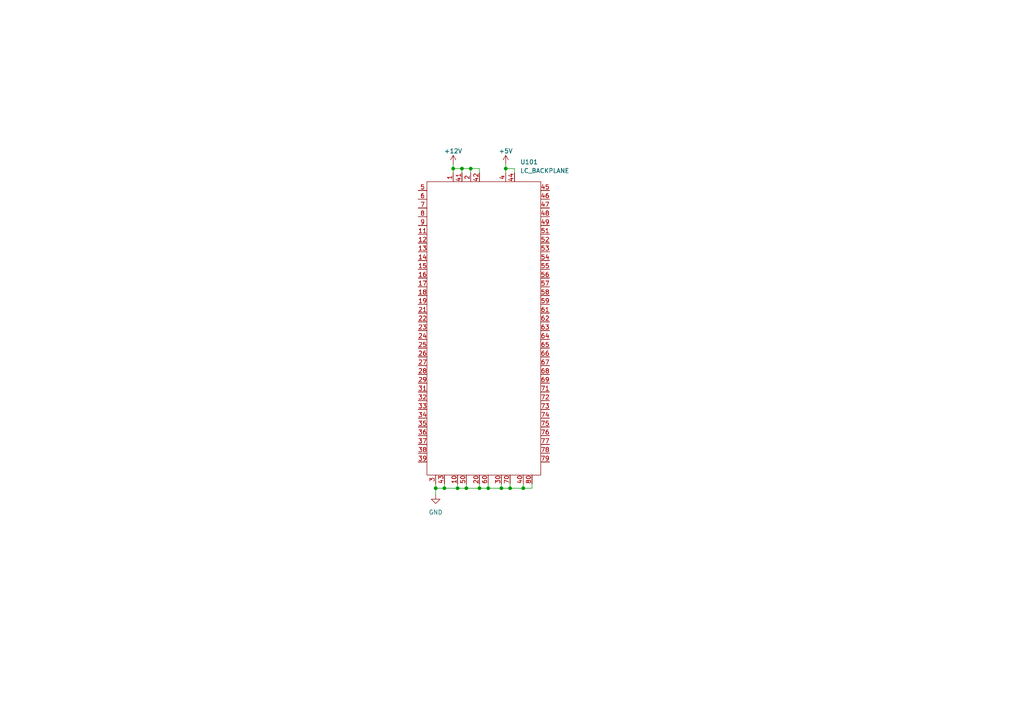
<source format=kicad_sch>
(kicad_sch (version 20211123) (generator eeschema)
  (paper "A4")
  (lib_symbols
    (symbol "KenwoodFox:LC_BACKPLANE"
      (property "Reference" "U" (at -1.27 0 0))
      (property "Value" "LC_BACKPLANE" (at -1.27 0 0))
      (symbol "LC_BACKPLANE_0_0"
        (pin bidirectional line (at -20.32 27.94 0) (length 2.54) (name "") (number "11"))
        (pin bidirectional line (at -20.32 25.4 0) (length 2.54) (name "") (number "12"))
        (pin bidirectional line (at -20.32 22.86 0) (length 2.54) (name "") (number "13"))
        (pin bidirectional line (at -20.32 20.32 0) (length 2.54) (name "") (number "14"))
        (pin bidirectional line (at -20.32 17.78 0) (length 2.54) (name "") (number "15"))
        (pin bidirectional line (at -20.32 15.24 0) (length 2.54) (name "") (number "16"))
        (pin bidirectional line (at -20.32 12.7 0) (length 2.54) (name "") (number "17"))
        (pin bidirectional line (at -20.32 10.16 0) (length 2.54) (name "") (number "18"))
        (pin bidirectional line (at -20.32 7.62 0) (length 2.54) (name "") (number "19"))
        (pin bidirectional line (at -20.32 5.08 0) (length 2.54) (name "") (number "21"))
        (pin bidirectional line (at -20.32 2.54 0) (length 2.54) (name "") (number "22"))
        (pin bidirectional line (at -20.32 0 0) (length 2.54) (name "") (number "23"))
        (pin bidirectional line (at -20.32 -2.54 0) (length 2.54) (name "") (number "24"))
        (pin bidirectional line (at -20.32 -5.08 0) (length 2.54) (name "") (number "25"))
        (pin bidirectional line (at -20.32 -7.62 0) (length 2.54) (name "") (number "26"))
        (pin bidirectional line (at -20.32 -10.16 0) (length 2.54) (name "") (number "27"))
        (pin bidirectional line (at -20.32 -12.7 0) (length 2.54) (name "") (number "28"))
        (pin bidirectional line (at -20.32 -15.24 0) (length 2.54) (name "") (number "29"))
        (pin bidirectional line (at -20.32 -17.78 0) (length 2.54) (name "") (number "31"))
        (pin bidirectional line (at -20.32 -20.32 0) (length 2.54) (name "") (number "32"))
        (pin bidirectional line (at -20.32 -22.86 0) (length 2.54) (name "") (number "33"))
        (pin bidirectional line (at -20.32 -25.4 0) (length 2.54) (name "") (number "34"))
        (pin bidirectional line (at -20.32 -27.94 0) (length 2.54) (name "") (number "35"))
        (pin bidirectional line (at -20.32 -30.48 0) (length 2.54) (name "") (number "36"))
        (pin bidirectional line (at -20.32 -33.02 0) (length 2.54) (name "") (number "37"))
        (pin bidirectional line (at -20.32 -35.56 0) (length 2.54) (name "") (number "38"))
        (pin bidirectional line (at -20.32 -38.1 0) (length 2.54) (name "") (number "39"))
        (pin bidirectional line (at 17.78 40.64 180) (length 2.54) (name "") (number "45"))
        (pin bidirectional line (at 17.78 38.1 180) (length 2.54) (name "") (number "46"))
        (pin bidirectional line (at 17.78 35.56 180) (length 2.54) (name "") (number "47"))
        (pin bidirectional line (at 17.78 33.02 180) (length 2.54) (name "") (number "48"))
        (pin bidirectional line (at 17.78 30.48 180) (length 2.54) (name "") (number "49"))
        (pin bidirectional line (at 17.78 27.94 180) (length 2.54) (name "") (number "51"))
        (pin bidirectional line (at 17.78 25.4 180) (length 2.54) (name "") (number "52"))
        (pin bidirectional line (at 17.78 22.86 180) (length 2.54) (name "") (number "53"))
        (pin bidirectional line (at 17.78 20.32 180) (length 2.54) (name "") (number "54"))
        (pin bidirectional line (at 17.78 17.78 180) (length 2.54) (name "") (number "55"))
        (pin bidirectional line (at 17.78 15.24 180) (length 2.54) (name "") (number "56"))
        (pin bidirectional line (at 17.78 12.7 180) (length 2.54) (name "") (number "57"))
        (pin bidirectional line (at 17.78 10.16 180) (length 2.54) (name "") (number "58"))
        (pin bidirectional line (at 17.78 7.62 180) (length 2.54) (name "") (number "59"))
        (pin bidirectional line (at -20.32 38.1 0) (length 2.54) (name "") (number "6"))
        (pin bidirectional line (at 17.78 5.08 180) (length 2.54) (name "") (number "61"))
        (pin bidirectional line (at 17.78 2.54 180) (length 2.54) (name "") (number "62"))
        (pin bidirectional line (at 17.78 0 180) (length 2.54) (name "") (number "63"))
        (pin bidirectional line (at 17.78 -2.54 180) (length 2.54) (name "") (number "64"))
        (pin bidirectional line (at 17.78 -5.08 180) (length 2.54) (name "") (number "65"))
        (pin bidirectional line (at 17.78 -7.62 180) (length 2.54) (name "") (number "66"))
        (pin bidirectional line (at 17.78 -10.16 180) (length 2.54) (name "") (number "67"))
        (pin bidirectional line (at 17.78 -12.7 180) (length 2.54) (name "") (number "68"))
        (pin bidirectional line (at 17.78 -15.24 180) (length 2.54) (name "") (number "69"))
        (pin bidirectional line (at -20.32 35.56 0) (length 2.54) (name "") (number "7"))
        (pin bidirectional line (at 17.78 -17.78 180) (length 2.54) (name "") (number "71"))
        (pin bidirectional line (at 17.78 -20.32 180) (length 2.54) (name "") (number "72"))
        (pin bidirectional line (at 17.78 -22.86 180) (length 2.54) (name "") (number "73"))
        (pin bidirectional line (at 17.78 -25.4 180) (length 2.54) (name "") (number "74"))
        (pin bidirectional line (at 17.78 -27.94 180) (length 2.54) (name "") (number "75"))
        (pin bidirectional line (at 17.78 -30.48 180) (length 2.54) (name "") (number "76"))
        (pin bidirectional line (at 17.78 -33.02 180) (length 2.54) (name "") (number "77"))
        (pin bidirectional line (at 17.78 -35.56 180) (length 2.54) (name "") (number "78"))
        (pin bidirectional line (at 17.78 -38.1 180) (length 2.54) (name "") (number "79"))
        (pin bidirectional line (at -20.32 33.02 0) (length 2.54) (name "") (number "8"))
        (pin bidirectional line (at -20.32 30.48 0) (length 2.54) (name "") (number "9"))
      )
      (symbol "LC_BACKPLANE_0_1"
        (rectangle (start -17.78 43.18) (end 15.24 -41.91))
      )
      (symbol "LC_BACKPLANE_1_1"
        (pin power_out line (at -10.16 45.72 270) (length 2.54) (name "") (number "1"))
        (pin power_out line (at -8.89 -44.45 90) (length 2.54) (name "") (number "10"))
        (pin power_out line (at -5.08 45.72 270) (length 2.54) (name "") (number "2"))
        (pin power_out line (at -2.54 -44.45 90) (length 2.54) (name "") (number "20"))
        (pin power_out line (at -15.24 -44.45 90) (length 2.54) (name "") (number "3"))
        (pin power_out line (at 3.81 -44.45 90) (length 2.54) (name "") (number "30"))
        (pin power_out line (at 5.08 45.72 270) (length 2.54) (name "") (number "4"))
        (pin power_out line (at 10.16 -44.45 90) (length 2.54) (name "") (number "40"))
        (pin power_out line (at -7.62 45.72 270) (length 2.54) (name "") (number "41"))
        (pin power_out line (at -2.54 45.72 270) (length 2.54) (name "") (number "42"))
        (pin power_out line (at -12.7 -44.45 90) (length 2.54) (name "") (number "43"))
        (pin power_out line (at 7.62 45.72 270) (length 2.54) (name "") (number "44"))
        (pin bidirectional line (at -20.32 40.64 0) (length 2.54) (name "") (number "5"))
        (pin power_out line (at -6.35 -44.45 90) (length 2.54) (name "") (number "50"))
        (pin power_out line (at 0 -44.45 90) (length 2.54) (name "") (number "60"))
        (pin power_out line (at 6.35 -44.45 90) (length 2.54) (name "") (number "70"))
        (pin power_out line (at 12.7 -44.45 90) (length 2.54) (name "") (number "80"))
      )
    )
    (symbol "power:+12V" (power) (pin_names (offset 0))
      (property "Value" "+12V" (at 0 3.556 0))
      (symbol "+12V_0_1"
        (polyline (pts (xy -0.762 1.27) (xy 0 2.54)))
        (polyline (pts (xy 0 0) (xy 0 2.54)))
        (polyline (pts (xy 0 2.54) (xy 0.762 1.27)))
      )
      (symbol "+12V_1_1"
        (pin power_in line (at 0 0 90) (length 0) hide (name "+12V") (number "1"))
      )
    )
    (symbol "power:+5V" (power) (pin_names (offset 0))
      (property "Value" "+5V" (at 0 3.556 0))
      (symbol "+5V_0_1"
        (polyline (pts (xy -0.762 1.27) (xy 0 2.54)))
        (polyline (pts (xy 0 0) (xy 0 2.54)))
        (polyline (pts (xy 0 2.54) (xy 0.762 1.27)))
      )
      (symbol "+5V_1_1"
        (pin power_in line (at 0 0 90) (length 0) hide (name "+5V") (number "1"))
      )
    )
    (symbol "power:GND" (power) (pin_names (offset 0))
      (property "Value" "GND" (at 0 -3.81 0))
      (symbol "GND_0_1"
        (polyline (pts (xy 0 0) (xy 0 -1.27) (xy 1.27 -1.27) (xy 0 -2.54) (xy -1.27 -1.27) (xy 0 -1.27)))
      )
      (symbol "GND_1_1"
        (pin power_in line (at 0 0 270) (length 0) hide (name "GND") (number "1"))
      )
    )
  )
  (junction (at 147.955 141.605))
  (junction (at 139.065 141.605))
  (junction (at 126.365 141.605))
  (junction (at 131.445 48.895))
  (junction (at 146.685 48.895))
  (junction (at 145.415 141.605))
  (junction (at 132.715 141.605))
  (junction (at 128.905 141.605))
  (junction (at 136.525 48.895))
  (junction (at 135.255 141.605))
  (junction (at 141.605 141.605))
  (junction (at 133.985 48.895))
  (junction (at 151.765 141.605))
  (wire (pts (xy 151.765 141.605) (xy 151.765 140.335)))
  (wire (pts (xy 139.065 141.605) (xy 139.065 140.335)))
  (wire (pts (xy 151.765 141.605) (xy 154.305 141.605)))
  (wire (pts (xy 131.445 48.895) (xy 133.985 48.895)))
  (wire (pts (xy 147.955 141.605) (xy 151.765 141.605)))
  (wire (pts (xy 126.365 141.605) (xy 128.905 141.605)))
  (wire (pts (xy 149.225 48.895) (xy 149.225 50.165)))
  (wire (pts (xy 139.065 141.605) (xy 141.605 141.605)))
  (wire (pts (xy 147.955 141.605) (xy 147.955 140.335)))
  (wire (pts (xy 133.985 48.895) (xy 136.525 48.895)))
  (wire (pts (xy 141.605 141.605) (xy 145.415 141.605)))
  (wire (pts (xy 128.905 141.605) (xy 132.715 141.605)))
  (wire (pts (xy 128.905 141.605) (xy 128.905 140.335)))
  (wire (pts (xy 139.065 48.895) (xy 139.065 50.165)))
  (wire (pts (xy 126.365 140.335) (xy 126.365 141.605)))
  (wire (pts (xy 145.415 141.605) (xy 147.955 141.605)))
  (wire (pts (xy 145.415 141.605) (xy 145.415 140.335)))
  (wire (pts (xy 126.365 141.605) (xy 126.365 143.51)))
  (wire (pts (xy 146.685 48.895) (xy 149.225 48.895)))
  (wire (pts (xy 132.715 141.605) (xy 132.715 140.335)))
  (wire (pts (xy 146.685 47.625) (xy 146.685 48.895)))
  (wire (pts (xy 136.525 48.895) (xy 139.065 48.895)))
  (wire (pts (xy 131.445 48.895) (xy 131.445 50.165)))
  (wire (pts (xy 141.605 141.605) (xy 141.605 140.335)))
  (wire (pts (xy 135.255 141.605) (xy 139.065 141.605)))
  (wire (pts (xy 146.685 48.895) (xy 146.685 50.165)))
  (wire (pts (xy 135.255 141.605) (xy 135.255 140.335)))
  (wire (pts (xy 131.445 47.625) (xy 131.445 48.895)))
  (wire (pts (xy 133.985 48.895) (xy 133.985 50.165)))
  (wire (pts (xy 136.525 48.895) (xy 136.525 50.165)))
  (wire (pts (xy 154.305 141.605) (xy 154.305 140.335)))
  (wire (pts (xy 132.715 141.605) (xy 135.255 141.605)))
  (symbol (lib_id "power:GND") (at 126.365 143.51 0) (unit 1)
    (property "Reference" "#PWR0101" (effects hide))
    (property "Value" "GND" (at 126.365 148.59 0))
  )
  (symbol (lib_id "power:+5V") (at 146.685 47.625 0) (unit 1)
    (property "Reference" "#PWR0103" (effects hide))
    (property "Value" "+5V" (at 146.685 43.815 0))
  )
  (symbol (lib_id "KenwoodFox:LC_BACKPLANE") (at 141.605 95.885 0) (unit 1)
    (property "Reference" "U101" (at 150.8761 46.99 0) (effects (justify left)))
    (property "Value" "LC_BACKPLANE" (at 150.8761 49.53 0) (effects (justify left)))
    (property "Footprint" "KenwoodFox:LC_BACKPLANE_MALE" (effects hide))
  )
  (symbol (lib_id "power:+12V") (at 131.445 47.625 0) (unit 1)
    (property "Reference" "#PWR0102" (effects hide))
    (property "Value" "+12V" (at 131.445 43.815 0))
  )
)
</source>
